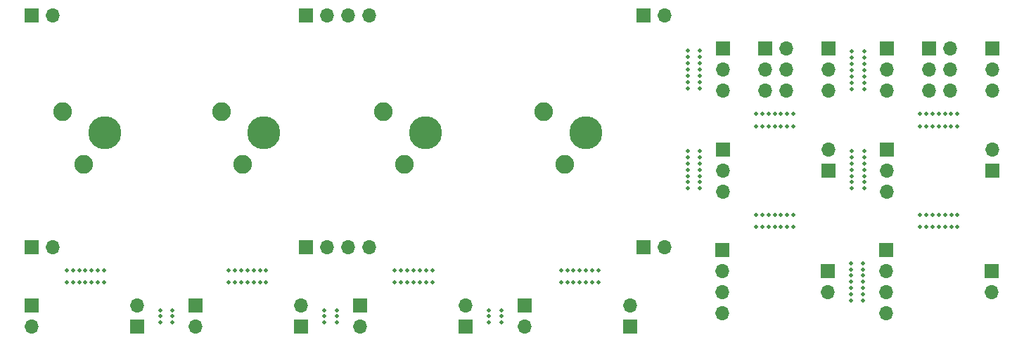
<source format=gbr>
%TF.GenerationSoftware,KiCad,Pcbnew,(6.0.2)*%
%TF.CreationDate,2022-03-22T07:30:25-04:00*%
%TF.ProjectId,Panel_Design_3,50616e65-6c5f-4446-9573-69676e5f332e,rev?*%
%TF.SameCoordinates,Original*%
%TF.FileFunction,Soldermask,Bot*%
%TF.FilePolarity,Negative*%
%FSLAX46Y46*%
G04 Gerber Fmt 4.6, Leading zero omitted, Abs format (unit mm)*
G04 Created by KiCad (PCBNEW (6.0.2)) date 2022-03-22 07:30:25*
%MOMM*%
%LPD*%
G01*
G04 APERTURE LIST*
%ADD10C,0.500000*%
%ADD11O,1.700000X1.700000*%
%ADD12R,1.700000X1.700000*%
%ADD13C,2.250000*%
%ADD14C,3.987800*%
G04 APERTURE END LIST*
D10*
%TO.C,mouse-bite-2mm-slot*%
X55730000Y-59210000D03*
X54230000Y-60710000D03*
X56480000Y-60710000D03*
X54980000Y-59210000D03*
X54980000Y-60710000D03*
X58730000Y-59210000D03*
X57980000Y-60710000D03*
X58730000Y-60710000D03*
X54230000Y-59210000D03*
X55730000Y-60710000D03*
X57230000Y-59210000D03*
X56480000Y-59210000D03*
X57230000Y-60710000D03*
X57980000Y-59210000D03*
%TD*%
D11*
%TO.C,J31*%
X106680000Y-56420000D03*
D12*
X104140000Y-56420000D03*
%TD*%
D11*
%TO.C,J10*%
X71120000Y-56420000D03*
X68580000Y-56420000D03*
X66040000Y-56420000D03*
D12*
X63500000Y-56420000D03*
%TD*%
D11*
%TO.C,J13*%
X82740000Y-63500000D03*
D12*
X82740000Y-66040000D03*
%TD*%
D13*
%TO.C,MX1*%
X34200000Y-40100000D03*
X36740000Y-46450000D03*
D14*
X39280000Y-42640000D03*
%TD*%
D11*
%TO.C,J34*%
X146200000Y-44640000D03*
D12*
X146200000Y-47180000D03*
%TD*%
D11*
%TO.C,J19*%
X89820000Y-66040000D03*
D12*
X89820000Y-63500000D03*
%TD*%
D10*
%TO.C,mouse-bite-2mm-slot*%
X140460000Y-54010000D03*
X141960000Y-52510000D03*
X139710000Y-52510000D03*
X141210000Y-54010000D03*
X141210000Y-52510000D03*
X137460000Y-54010000D03*
X138210000Y-52510000D03*
X137460000Y-52510000D03*
X141960000Y-54010000D03*
X140460000Y-52510000D03*
X138960000Y-54010000D03*
X139710000Y-54010000D03*
X138960000Y-52510000D03*
X138210000Y-54010000D03*
%TD*%
D11*
%TO.C,J22*%
X121380000Y-37560000D03*
X118840000Y-37560000D03*
X121380000Y-35020000D03*
X118840000Y-35020000D03*
X121380000Y-32480000D03*
D12*
X118840000Y-32480000D03*
%TD*%
D10*
%TO.C,mouse-bite-2mm-slot*%
X119210000Y-40350000D03*
X117710000Y-41850000D03*
X119960000Y-41850000D03*
X118460000Y-40350000D03*
X118460000Y-41850000D03*
X122210000Y-40350000D03*
X121460000Y-41850000D03*
X122210000Y-41850000D03*
X117710000Y-40350000D03*
X119210000Y-41850000D03*
X120710000Y-40350000D03*
X119960000Y-40350000D03*
X120710000Y-41850000D03*
X121460000Y-40350000D03*
%TD*%
D11*
%TO.C,J24*%
X126460000Y-37560000D03*
X126460000Y-35020000D03*
D12*
X126460000Y-32480000D03*
%TD*%
D10*
%TO.C,mouse-bite-2mm-slot*%
X75730000Y-59210000D03*
X74230000Y-60710000D03*
X76480000Y-60710000D03*
X74980000Y-59210000D03*
X74980000Y-60710000D03*
X78730000Y-59210000D03*
X77980000Y-60710000D03*
X78730000Y-60710000D03*
X74230000Y-59210000D03*
X75730000Y-60710000D03*
X77230000Y-59210000D03*
X76480000Y-59210000D03*
X77230000Y-60710000D03*
X77980000Y-59210000D03*
%TD*%
%TO.C,mouse-bite-2mm-slot*%
X120710000Y-54010000D03*
X122210000Y-52510000D03*
X119960000Y-52510000D03*
X121460000Y-54010000D03*
X121460000Y-52510000D03*
X117710000Y-54010000D03*
X118460000Y-52510000D03*
X117710000Y-52510000D03*
X122210000Y-54010000D03*
X120710000Y-52510000D03*
X119210000Y-54010000D03*
X119960000Y-54010000D03*
X119210000Y-52510000D03*
X118460000Y-54010000D03*
%TD*%
%TO.C,mouse-bite-2mm-slot*%
X138950000Y-40350000D03*
X137450000Y-41850000D03*
X139700000Y-41850000D03*
X138200000Y-40350000D03*
X138200000Y-41850000D03*
X141950000Y-40350000D03*
X141200000Y-41850000D03*
X141950000Y-41850000D03*
X137450000Y-40350000D03*
X138950000Y-41850000D03*
X140450000Y-40350000D03*
X139700000Y-40350000D03*
X140450000Y-41850000D03*
X141200000Y-40350000D03*
%TD*%
%TO.C,mouse-bite-2mm-slot*%
X67250000Y-64770000D03*
X67250000Y-65520000D03*
X65750000Y-64020000D03*
X65750000Y-65520000D03*
X67250000Y-64020000D03*
X65750000Y-64770000D03*
%TD*%
%TO.C,mouse-bite-2mm-slot*%
X36230000Y-59210000D03*
X34730000Y-60710000D03*
X36980000Y-60710000D03*
X35480000Y-59210000D03*
X35480000Y-60710000D03*
X39230000Y-59210000D03*
X38480000Y-60710000D03*
X39230000Y-60710000D03*
X34730000Y-59210000D03*
X36230000Y-60710000D03*
X37730000Y-59210000D03*
X36980000Y-59210000D03*
X37730000Y-60710000D03*
X38480000Y-59210000D03*
%TD*%
D11*
%TO.C,J36*%
X146090000Y-61880001D03*
D12*
X146090000Y-59340001D03*
%TD*%
D10*
%TO.C,mouse-bite-2mm-slot*%
X129100001Y-61360001D03*
X130600001Y-62860001D03*
X130600001Y-60610001D03*
X129100001Y-62110001D03*
X130600001Y-62110001D03*
X129100001Y-58360001D03*
X130600001Y-59110001D03*
X130600001Y-58360001D03*
X129100001Y-62860001D03*
X130600001Y-61360001D03*
X129100001Y-59860001D03*
X129100001Y-60610001D03*
X130600001Y-59860001D03*
X129100001Y-59110001D03*
%TD*%
D11*
%TO.C,J7*%
X43180000Y-63500000D03*
D12*
X43180000Y-66040000D03*
%TD*%
D11*
%TO.C,J23*%
X102520000Y-63500000D03*
D12*
X102520000Y-66040000D03*
%TD*%
D10*
%TO.C,mouse-bite-2mm-slot*%
X129210000Y-35850000D03*
X130710000Y-37350000D03*
X130710000Y-35100000D03*
X129210000Y-36600000D03*
X130710000Y-36600000D03*
X129210000Y-32850000D03*
X130710000Y-33600000D03*
X130710000Y-32850000D03*
X129210000Y-37350000D03*
X130710000Y-35850000D03*
X129210000Y-34350000D03*
X129210000Y-35100000D03*
X130710000Y-34350000D03*
X129210000Y-33600000D03*
%TD*%
D13*
%TO.C,MX2*%
X72800000Y-40100000D03*
X75340000Y-46450000D03*
D14*
X77880000Y-42640000D03*
%TD*%
D11*
%TO.C,J11*%
X62960000Y-63500000D03*
D12*
X62960000Y-66040000D03*
%TD*%
D11*
%TO.C,J33*%
X133500000Y-49720000D03*
X133500000Y-47180000D03*
D12*
X133500000Y-44640000D03*
%TD*%
D11*
%TO.C,J29*%
X33020000Y-56420000D03*
D12*
X30480000Y-56420000D03*
%TD*%
D10*
%TO.C,mouse-bite-2mm-slot*%
X87030000Y-64770000D03*
X87030000Y-65520000D03*
X85530000Y-64020000D03*
X85530000Y-65520000D03*
X87030000Y-64020000D03*
X85530000Y-64770000D03*
%TD*%
D11*
%TO.C,J32*%
X106680000Y-28480000D03*
D12*
X104140000Y-28480000D03*
%TD*%
D11*
%TO.C,J15*%
X113610000Y-64420001D03*
X113610000Y-61880001D03*
X113610000Y-59340001D03*
D12*
X113610000Y-56800001D03*
%TD*%
D11*
%TO.C,J27*%
X141120001Y-37559999D03*
X138580001Y-37559999D03*
X141120001Y-35019999D03*
X138580001Y-35019999D03*
X141120001Y-32479999D03*
D12*
X138580001Y-32479999D03*
%TD*%
D13*
%TO.C,MX4*%
X92100000Y-40100000D03*
X94640000Y-46450000D03*
D14*
X97180000Y-42640000D03*
%TD*%
D10*
%TO.C,mouse-bite-2mm-slot*%
X109470000Y-47850000D03*
X110970000Y-49350000D03*
X110970000Y-47100000D03*
X109470000Y-48600000D03*
X110970000Y-48600000D03*
X109470000Y-44850000D03*
X110970000Y-45600000D03*
X110970000Y-44850000D03*
X109470000Y-49350000D03*
X110970000Y-47850000D03*
X109470000Y-46350000D03*
X109470000Y-47100000D03*
X110970000Y-46350000D03*
X109470000Y-45600000D03*
%TD*%
%TO.C,mouse-bite-2mm-slot*%
X95730000Y-59210000D03*
X94230000Y-60710000D03*
X96480000Y-60710000D03*
X94980000Y-59210000D03*
X94980000Y-60710000D03*
X98730000Y-59210000D03*
X97980000Y-60710000D03*
X98730000Y-60710000D03*
X94230000Y-59210000D03*
X95730000Y-60710000D03*
X97230000Y-59210000D03*
X96480000Y-59210000D03*
X97230000Y-60710000D03*
X97980000Y-59210000D03*
%TD*%
D13*
%TO.C,MX3*%
X53340000Y-40100000D03*
X55880000Y-46450000D03*
D14*
X58420000Y-42640000D03*
%TD*%
D10*
%TO.C,mouse-bite-2mm-slot*%
X109470000Y-35770000D03*
X110970000Y-37270000D03*
X110970000Y-35020000D03*
X109470000Y-36520000D03*
X110970000Y-36520000D03*
X109470000Y-32770000D03*
X110970000Y-33520000D03*
X110970000Y-32770000D03*
X109470000Y-37270000D03*
X110970000Y-35770000D03*
X109470000Y-34270000D03*
X109470000Y-35020000D03*
X110970000Y-34270000D03*
X109470000Y-33520000D03*
%TD*%
D11*
%TO.C,J17*%
X113760000Y-37560000D03*
X113760000Y-35020000D03*
D12*
X113760000Y-32480000D03*
%TD*%
D11*
%TO.C,J26*%
X133500001Y-37559999D03*
X133500001Y-35019999D03*
D12*
X133500001Y-32479999D03*
%TD*%
D11*
%TO.C,J30*%
X33020000Y-28480000D03*
D12*
X30480000Y-28480000D03*
%TD*%
D11*
%TO.C,J9*%
X71120000Y-28480000D03*
X68580000Y-28480000D03*
X66040000Y-28480000D03*
D12*
X63500000Y-28480000D03*
%TD*%
D10*
%TO.C,mouse-bite-2mm-slot*%
X129210000Y-47850000D03*
X130710000Y-49350000D03*
X130710000Y-47100000D03*
X129210000Y-48600000D03*
X130710000Y-48600000D03*
X129210000Y-44850000D03*
X130710000Y-45600000D03*
X130710000Y-44850000D03*
X129210000Y-49350000D03*
X130710000Y-47850000D03*
X129210000Y-46350000D03*
X129210000Y-47100000D03*
X130710000Y-46350000D03*
X129210000Y-45600000D03*
%TD*%
%TO.C,mouse-bite-2mm-slot*%
X47470000Y-64770000D03*
X47470000Y-65520000D03*
X45970000Y-64020000D03*
X45970000Y-65520000D03*
X47470000Y-64020000D03*
X45970000Y-64770000D03*
%TD*%
D11*
%TO.C,J35*%
X133390000Y-64420001D03*
X133390000Y-61880001D03*
X133390000Y-59340001D03*
D12*
X133390000Y-56800001D03*
%TD*%
D11*
%TO.C,J16*%
X113720000Y-49720000D03*
X113720000Y-47180000D03*
D12*
X113720000Y-44640000D03*
%TD*%
D11*
%TO.C,J8*%
X50260000Y-66040000D03*
D12*
X50260000Y-63500000D03*
%TD*%
D11*
%TO.C,J20*%
X126420000Y-44640000D03*
D12*
X126420000Y-47180000D03*
%TD*%
D11*
%TO.C,J6*%
X30480000Y-66040000D03*
D12*
X30480000Y-63500000D03*
%TD*%
D11*
%TO.C,J12*%
X70040000Y-66040000D03*
D12*
X70040000Y-63500000D03*
%TD*%
D11*
%TO.C,J28*%
X146200001Y-37559999D03*
X146200001Y-35019999D03*
D12*
X146200001Y-32479999D03*
%TD*%
D11*
%TO.C,J21*%
X126310000Y-61880001D03*
D12*
X126310000Y-59340001D03*
%TD*%
M02*

</source>
